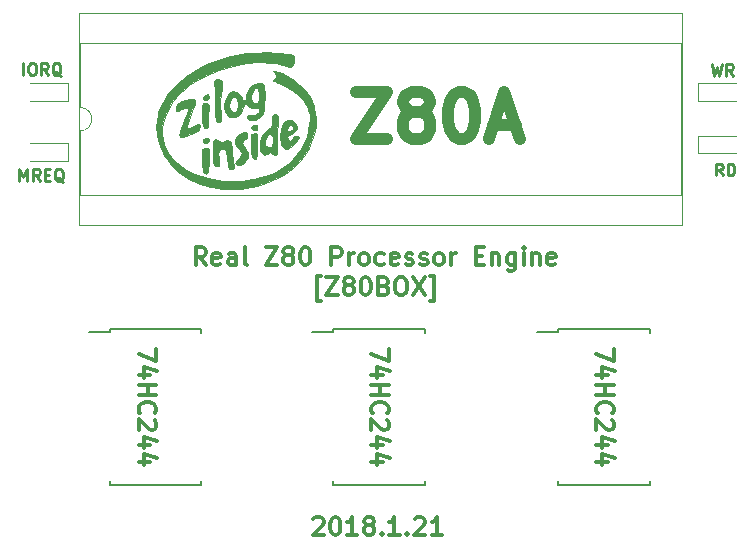
<source format=gbr>
G04 #@! TF.FileFunction,Legend,Top*
%FSLAX46Y46*%
G04 Gerber Fmt 4.6, Leading zero omitted, Abs format (unit mm)*
G04 Created by KiCad (PCBNEW 4.0.7) date 01/21/18 21:19:11*
%MOMM*%
%LPD*%
G01*
G04 APERTURE LIST*
%ADD10C,0.100000*%
%ADD11C,1.000000*%
%ADD12C,0.300000*%
%ADD13C,0.250000*%
%ADD14C,0.120000*%
%ADD15C,0.150000*%
%ADD16C,0.010000*%
G04 APERTURE END LIST*
D10*
D11*
X123127358Y-71088524D02*
X125794024Y-71088524D01*
X123127358Y-75088524D01*
X125794024Y-75088524D01*
X127889263Y-72802810D02*
X127508310Y-72612333D01*
X127317834Y-72421857D01*
X127127358Y-72040905D01*
X127127358Y-71850429D01*
X127317834Y-71469476D01*
X127508310Y-71279000D01*
X127889263Y-71088524D01*
X128651167Y-71088524D01*
X129032120Y-71279000D01*
X129222596Y-71469476D01*
X129413072Y-71850429D01*
X129413072Y-72040905D01*
X129222596Y-72421857D01*
X129032120Y-72612333D01*
X128651167Y-72802810D01*
X127889263Y-72802810D01*
X127508310Y-72993286D01*
X127317834Y-73183762D01*
X127127358Y-73564714D01*
X127127358Y-74326619D01*
X127317834Y-74707571D01*
X127508310Y-74898048D01*
X127889263Y-75088524D01*
X128651167Y-75088524D01*
X129032120Y-74898048D01*
X129222596Y-74707571D01*
X129413072Y-74326619D01*
X129413072Y-73564714D01*
X129222596Y-73183762D01*
X129032120Y-72993286D01*
X128651167Y-72802810D01*
X131889263Y-71088524D02*
X132270215Y-71088524D01*
X132651167Y-71279000D01*
X132841644Y-71469476D01*
X133032120Y-71850429D01*
X133222596Y-72612333D01*
X133222596Y-73564714D01*
X133032120Y-74326619D01*
X132841644Y-74707571D01*
X132651167Y-74898048D01*
X132270215Y-75088524D01*
X131889263Y-75088524D01*
X131508310Y-74898048D01*
X131317834Y-74707571D01*
X131127358Y-74326619D01*
X130936882Y-73564714D01*
X130936882Y-72612333D01*
X131127358Y-71850429D01*
X131317834Y-71469476D01*
X131508310Y-71279000D01*
X131889263Y-71088524D01*
X134746406Y-73945667D02*
X136651168Y-73945667D01*
X134365453Y-75088524D02*
X135698787Y-71088524D01*
X137032120Y-75088524D01*
D12*
X119539430Y-107271429D02*
X119610859Y-107200000D01*
X119753716Y-107128571D01*
X120110859Y-107128571D01*
X120253716Y-107200000D01*
X120325145Y-107271429D01*
X120396573Y-107414286D01*
X120396573Y-107557143D01*
X120325145Y-107771429D01*
X119468002Y-108628571D01*
X120396573Y-108628571D01*
X121325144Y-107128571D02*
X121468001Y-107128571D01*
X121610858Y-107200000D01*
X121682287Y-107271429D01*
X121753716Y-107414286D01*
X121825144Y-107700000D01*
X121825144Y-108057143D01*
X121753716Y-108342857D01*
X121682287Y-108485714D01*
X121610858Y-108557143D01*
X121468001Y-108628571D01*
X121325144Y-108628571D01*
X121182287Y-108557143D01*
X121110858Y-108485714D01*
X121039430Y-108342857D01*
X120968001Y-108057143D01*
X120968001Y-107700000D01*
X121039430Y-107414286D01*
X121110858Y-107271429D01*
X121182287Y-107200000D01*
X121325144Y-107128571D01*
X123253715Y-108628571D02*
X122396572Y-108628571D01*
X122825144Y-108628571D02*
X122825144Y-107128571D01*
X122682287Y-107342857D01*
X122539429Y-107485714D01*
X122396572Y-107557143D01*
X124110858Y-107771429D02*
X123968000Y-107700000D01*
X123896572Y-107628571D01*
X123825143Y-107485714D01*
X123825143Y-107414286D01*
X123896572Y-107271429D01*
X123968000Y-107200000D01*
X124110858Y-107128571D01*
X124396572Y-107128571D01*
X124539429Y-107200000D01*
X124610858Y-107271429D01*
X124682286Y-107414286D01*
X124682286Y-107485714D01*
X124610858Y-107628571D01*
X124539429Y-107700000D01*
X124396572Y-107771429D01*
X124110858Y-107771429D01*
X123968000Y-107842857D01*
X123896572Y-107914286D01*
X123825143Y-108057143D01*
X123825143Y-108342857D01*
X123896572Y-108485714D01*
X123968000Y-108557143D01*
X124110858Y-108628571D01*
X124396572Y-108628571D01*
X124539429Y-108557143D01*
X124610858Y-108485714D01*
X124682286Y-108342857D01*
X124682286Y-108057143D01*
X124610858Y-107914286D01*
X124539429Y-107842857D01*
X124396572Y-107771429D01*
X125325143Y-108485714D02*
X125396571Y-108557143D01*
X125325143Y-108628571D01*
X125253714Y-108557143D01*
X125325143Y-108485714D01*
X125325143Y-108628571D01*
X126825143Y-108628571D02*
X125968000Y-108628571D01*
X126396572Y-108628571D02*
X126396572Y-107128571D01*
X126253715Y-107342857D01*
X126110857Y-107485714D01*
X125968000Y-107557143D01*
X127468000Y-108485714D02*
X127539428Y-108557143D01*
X127468000Y-108628571D01*
X127396571Y-108557143D01*
X127468000Y-108485714D01*
X127468000Y-108628571D01*
X128110857Y-107271429D02*
X128182286Y-107200000D01*
X128325143Y-107128571D01*
X128682286Y-107128571D01*
X128825143Y-107200000D01*
X128896572Y-107271429D01*
X128968000Y-107414286D01*
X128968000Y-107557143D01*
X128896572Y-107771429D01*
X128039429Y-108628571D01*
X128968000Y-108628571D01*
X130396571Y-108628571D02*
X129539428Y-108628571D01*
X129968000Y-108628571D02*
X129968000Y-107128571D01*
X129825143Y-107342857D01*
X129682285Y-107485714D01*
X129539428Y-107557143D01*
X144966429Y-92897144D02*
X144966429Y-93897144D01*
X143466429Y-93254287D01*
X144466429Y-95111429D02*
X143466429Y-95111429D01*
X145037857Y-94754286D02*
X143966429Y-94397143D01*
X143966429Y-95325715D01*
X143466429Y-95897143D02*
X144966429Y-95897143D01*
X144252143Y-95897143D02*
X144252143Y-96754286D01*
X143466429Y-96754286D02*
X144966429Y-96754286D01*
X143609286Y-98325715D02*
X143537857Y-98254286D01*
X143466429Y-98040000D01*
X143466429Y-97897143D01*
X143537857Y-97682858D01*
X143680714Y-97540000D01*
X143823571Y-97468572D01*
X144109286Y-97397143D01*
X144323571Y-97397143D01*
X144609286Y-97468572D01*
X144752143Y-97540000D01*
X144895000Y-97682858D01*
X144966429Y-97897143D01*
X144966429Y-98040000D01*
X144895000Y-98254286D01*
X144823571Y-98325715D01*
X144823571Y-98897143D02*
X144895000Y-98968572D01*
X144966429Y-99111429D01*
X144966429Y-99468572D01*
X144895000Y-99611429D01*
X144823571Y-99682858D01*
X144680714Y-99754286D01*
X144537857Y-99754286D01*
X144323571Y-99682858D01*
X143466429Y-98825715D01*
X143466429Y-99754286D01*
X144466429Y-101040000D02*
X143466429Y-101040000D01*
X145037857Y-100682857D02*
X143966429Y-100325714D01*
X143966429Y-101254286D01*
X144466429Y-102468571D02*
X143466429Y-102468571D01*
X145037857Y-102111428D02*
X143966429Y-101754285D01*
X143966429Y-102682857D01*
X125916429Y-92897144D02*
X125916429Y-93897144D01*
X124416429Y-93254287D01*
X125416429Y-95111429D02*
X124416429Y-95111429D01*
X125987857Y-94754286D02*
X124916429Y-94397143D01*
X124916429Y-95325715D01*
X124416429Y-95897143D02*
X125916429Y-95897143D01*
X125202143Y-95897143D02*
X125202143Y-96754286D01*
X124416429Y-96754286D02*
X125916429Y-96754286D01*
X124559286Y-98325715D02*
X124487857Y-98254286D01*
X124416429Y-98040000D01*
X124416429Y-97897143D01*
X124487857Y-97682858D01*
X124630714Y-97540000D01*
X124773571Y-97468572D01*
X125059286Y-97397143D01*
X125273571Y-97397143D01*
X125559286Y-97468572D01*
X125702143Y-97540000D01*
X125845000Y-97682858D01*
X125916429Y-97897143D01*
X125916429Y-98040000D01*
X125845000Y-98254286D01*
X125773571Y-98325715D01*
X125773571Y-98897143D02*
X125845000Y-98968572D01*
X125916429Y-99111429D01*
X125916429Y-99468572D01*
X125845000Y-99611429D01*
X125773571Y-99682858D01*
X125630714Y-99754286D01*
X125487857Y-99754286D01*
X125273571Y-99682858D01*
X124416429Y-98825715D01*
X124416429Y-99754286D01*
X125416429Y-101040000D02*
X124416429Y-101040000D01*
X125987857Y-100682857D02*
X124916429Y-100325714D01*
X124916429Y-101254286D01*
X125416429Y-102468571D02*
X124416429Y-102468571D01*
X125987857Y-102111428D02*
X124916429Y-101754285D01*
X124916429Y-102682857D01*
X106231429Y-92897144D02*
X106231429Y-93897144D01*
X104731429Y-93254287D01*
X105731429Y-95111429D02*
X104731429Y-95111429D01*
X106302857Y-94754286D02*
X105231429Y-94397143D01*
X105231429Y-95325715D01*
X104731429Y-95897143D02*
X106231429Y-95897143D01*
X105517143Y-95897143D02*
X105517143Y-96754286D01*
X104731429Y-96754286D02*
X106231429Y-96754286D01*
X104874286Y-98325715D02*
X104802857Y-98254286D01*
X104731429Y-98040000D01*
X104731429Y-97897143D01*
X104802857Y-97682858D01*
X104945714Y-97540000D01*
X105088571Y-97468572D01*
X105374286Y-97397143D01*
X105588571Y-97397143D01*
X105874286Y-97468572D01*
X106017143Y-97540000D01*
X106160000Y-97682858D01*
X106231429Y-97897143D01*
X106231429Y-98040000D01*
X106160000Y-98254286D01*
X106088571Y-98325715D01*
X106088571Y-98897143D02*
X106160000Y-98968572D01*
X106231429Y-99111429D01*
X106231429Y-99468572D01*
X106160000Y-99611429D01*
X106088571Y-99682858D01*
X105945714Y-99754286D01*
X105802857Y-99754286D01*
X105588571Y-99682858D01*
X104731429Y-98825715D01*
X104731429Y-99754286D01*
X105731429Y-101040000D02*
X104731429Y-101040000D01*
X106302857Y-100682857D02*
X105231429Y-100325714D01*
X105231429Y-101254286D01*
X105731429Y-102468571D02*
X104731429Y-102468571D01*
X106302857Y-102111428D02*
X105231429Y-101754285D01*
X105231429Y-102682857D01*
X110420359Y-85763571D02*
X109920359Y-85049286D01*
X109563216Y-85763571D02*
X109563216Y-84263571D01*
X110134644Y-84263571D01*
X110277502Y-84335000D01*
X110348930Y-84406429D01*
X110420359Y-84549286D01*
X110420359Y-84763571D01*
X110348930Y-84906429D01*
X110277502Y-84977857D01*
X110134644Y-85049286D01*
X109563216Y-85049286D01*
X111634644Y-85692143D02*
X111491787Y-85763571D01*
X111206073Y-85763571D01*
X111063216Y-85692143D01*
X110991787Y-85549286D01*
X110991787Y-84977857D01*
X111063216Y-84835000D01*
X111206073Y-84763571D01*
X111491787Y-84763571D01*
X111634644Y-84835000D01*
X111706073Y-84977857D01*
X111706073Y-85120714D01*
X110991787Y-85263571D01*
X112991787Y-85763571D02*
X112991787Y-84977857D01*
X112920358Y-84835000D01*
X112777501Y-84763571D01*
X112491787Y-84763571D01*
X112348930Y-84835000D01*
X112991787Y-85692143D02*
X112848930Y-85763571D01*
X112491787Y-85763571D01*
X112348930Y-85692143D01*
X112277501Y-85549286D01*
X112277501Y-85406429D01*
X112348930Y-85263571D01*
X112491787Y-85192143D01*
X112848930Y-85192143D01*
X112991787Y-85120714D01*
X113920359Y-85763571D02*
X113777501Y-85692143D01*
X113706073Y-85549286D01*
X113706073Y-84263571D01*
X115491787Y-84263571D02*
X116491787Y-84263571D01*
X115491787Y-85763571D01*
X116491787Y-85763571D01*
X117277501Y-84906429D02*
X117134643Y-84835000D01*
X117063215Y-84763571D01*
X116991786Y-84620714D01*
X116991786Y-84549286D01*
X117063215Y-84406429D01*
X117134643Y-84335000D01*
X117277501Y-84263571D01*
X117563215Y-84263571D01*
X117706072Y-84335000D01*
X117777501Y-84406429D01*
X117848929Y-84549286D01*
X117848929Y-84620714D01*
X117777501Y-84763571D01*
X117706072Y-84835000D01*
X117563215Y-84906429D01*
X117277501Y-84906429D01*
X117134643Y-84977857D01*
X117063215Y-85049286D01*
X116991786Y-85192143D01*
X116991786Y-85477857D01*
X117063215Y-85620714D01*
X117134643Y-85692143D01*
X117277501Y-85763571D01*
X117563215Y-85763571D01*
X117706072Y-85692143D01*
X117777501Y-85620714D01*
X117848929Y-85477857D01*
X117848929Y-85192143D01*
X117777501Y-85049286D01*
X117706072Y-84977857D01*
X117563215Y-84906429D01*
X118777500Y-84263571D02*
X118920357Y-84263571D01*
X119063214Y-84335000D01*
X119134643Y-84406429D01*
X119206072Y-84549286D01*
X119277500Y-84835000D01*
X119277500Y-85192143D01*
X119206072Y-85477857D01*
X119134643Y-85620714D01*
X119063214Y-85692143D01*
X118920357Y-85763571D01*
X118777500Y-85763571D01*
X118634643Y-85692143D01*
X118563214Y-85620714D01*
X118491786Y-85477857D01*
X118420357Y-85192143D01*
X118420357Y-84835000D01*
X118491786Y-84549286D01*
X118563214Y-84406429D01*
X118634643Y-84335000D01*
X118777500Y-84263571D01*
X121063214Y-85763571D02*
X121063214Y-84263571D01*
X121634642Y-84263571D01*
X121777500Y-84335000D01*
X121848928Y-84406429D01*
X121920357Y-84549286D01*
X121920357Y-84763571D01*
X121848928Y-84906429D01*
X121777500Y-84977857D01*
X121634642Y-85049286D01*
X121063214Y-85049286D01*
X122563214Y-85763571D02*
X122563214Y-84763571D01*
X122563214Y-85049286D02*
X122634642Y-84906429D01*
X122706071Y-84835000D01*
X122848928Y-84763571D01*
X122991785Y-84763571D01*
X123706071Y-85763571D02*
X123563213Y-85692143D01*
X123491785Y-85620714D01*
X123420356Y-85477857D01*
X123420356Y-85049286D01*
X123491785Y-84906429D01*
X123563213Y-84835000D01*
X123706071Y-84763571D01*
X123920356Y-84763571D01*
X124063213Y-84835000D01*
X124134642Y-84906429D01*
X124206071Y-85049286D01*
X124206071Y-85477857D01*
X124134642Y-85620714D01*
X124063213Y-85692143D01*
X123920356Y-85763571D01*
X123706071Y-85763571D01*
X125491785Y-85692143D02*
X125348928Y-85763571D01*
X125063214Y-85763571D01*
X124920356Y-85692143D01*
X124848928Y-85620714D01*
X124777499Y-85477857D01*
X124777499Y-85049286D01*
X124848928Y-84906429D01*
X124920356Y-84835000D01*
X125063214Y-84763571D01*
X125348928Y-84763571D01*
X125491785Y-84835000D01*
X126706070Y-85692143D02*
X126563213Y-85763571D01*
X126277499Y-85763571D01*
X126134642Y-85692143D01*
X126063213Y-85549286D01*
X126063213Y-84977857D01*
X126134642Y-84835000D01*
X126277499Y-84763571D01*
X126563213Y-84763571D01*
X126706070Y-84835000D01*
X126777499Y-84977857D01*
X126777499Y-85120714D01*
X126063213Y-85263571D01*
X127348927Y-85692143D02*
X127491784Y-85763571D01*
X127777499Y-85763571D01*
X127920356Y-85692143D01*
X127991784Y-85549286D01*
X127991784Y-85477857D01*
X127920356Y-85335000D01*
X127777499Y-85263571D01*
X127563213Y-85263571D01*
X127420356Y-85192143D01*
X127348927Y-85049286D01*
X127348927Y-84977857D01*
X127420356Y-84835000D01*
X127563213Y-84763571D01*
X127777499Y-84763571D01*
X127920356Y-84835000D01*
X128563213Y-85692143D02*
X128706070Y-85763571D01*
X128991785Y-85763571D01*
X129134642Y-85692143D01*
X129206070Y-85549286D01*
X129206070Y-85477857D01*
X129134642Y-85335000D01*
X128991785Y-85263571D01*
X128777499Y-85263571D01*
X128634642Y-85192143D01*
X128563213Y-85049286D01*
X128563213Y-84977857D01*
X128634642Y-84835000D01*
X128777499Y-84763571D01*
X128991785Y-84763571D01*
X129134642Y-84835000D01*
X130063214Y-85763571D02*
X129920356Y-85692143D01*
X129848928Y-85620714D01*
X129777499Y-85477857D01*
X129777499Y-85049286D01*
X129848928Y-84906429D01*
X129920356Y-84835000D01*
X130063214Y-84763571D01*
X130277499Y-84763571D01*
X130420356Y-84835000D01*
X130491785Y-84906429D01*
X130563214Y-85049286D01*
X130563214Y-85477857D01*
X130491785Y-85620714D01*
X130420356Y-85692143D01*
X130277499Y-85763571D01*
X130063214Y-85763571D01*
X131206071Y-85763571D02*
X131206071Y-84763571D01*
X131206071Y-85049286D02*
X131277499Y-84906429D01*
X131348928Y-84835000D01*
X131491785Y-84763571D01*
X131634642Y-84763571D01*
X133277499Y-84977857D02*
X133777499Y-84977857D01*
X133991785Y-85763571D02*
X133277499Y-85763571D01*
X133277499Y-84263571D01*
X133991785Y-84263571D01*
X134634642Y-84763571D02*
X134634642Y-85763571D01*
X134634642Y-84906429D02*
X134706070Y-84835000D01*
X134848928Y-84763571D01*
X135063213Y-84763571D01*
X135206070Y-84835000D01*
X135277499Y-84977857D01*
X135277499Y-85763571D01*
X136634642Y-84763571D02*
X136634642Y-85977857D01*
X136563213Y-86120714D01*
X136491785Y-86192143D01*
X136348928Y-86263571D01*
X136134642Y-86263571D01*
X135991785Y-86192143D01*
X136634642Y-85692143D02*
X136491785Y-85763571D01*
X136206071Y-85763571D01*
X136063213Y-85692143D01*
X135991785Y-85620714D01*
X135920356Y-85477857D01*
X135920356Y-85049286D01*
X135991785Y-84906429D01*
X136063213Y-84835000D01*
X136206071Y-84763571D01*
X136491785Y-84763571D01*
X136634642Y-84835000D01*
X137348928Y-85763571D02*
X137348928Y-84763571D01*
X137348928Y-84263571D02*
X137277499Y-84335000D01*
X137348928Y-84406429D01*
X137420356Y-84335000D01*
X137348928Y-84263571D01*
X137348928Y-84406429D01*
X138063214Y-84763571D02*
X138063214Y-85763571D01*
X138063214Y-84906429D02*
X138134642Y-84835000D01*
X138277500Y-84763571D01*
X138491785Y-84763571D01*
X138634642Y-84835000D01*
X138706071Y-84977857D01*
X138706071Y-85763571D01*
X139991785Y-85692143D02*
X139848928Y-85763571D01*
X139563214Y-85763571D01*
X139420357Y-85692143D01*
X139348928Y-85549286D01*
X139348928Y-84977857D01*
X139420357Y-84835000D01*
X139563214Y-84763571D01*
X139848928Y-84763571D01*
X139991785Y-84835000D01*
X140063214Y-84977857D01*
X140063214Y-85120714D01*
X139348928Y-85263571D01*
X120170358Y-88813571D02*
X119813215Y-88813571D01*
X119813215Y-86670714D01*
X120170358Y-86670714D01*
X120598930Y-86813571D02*
X121598930Y-86813571D01*
X120598930Y-88313571D01*
X121598930Y-88313571D01*
X122384644Y-87456429D02*
X122241786Y-87385000D01*
X122170358Y-87313571D01*
X122098929Y-87170714D01*
X122098929Y-87099286D01*
X122170358Y-86956429D01*
X122241786Y-86885000D01*
X122384644Y-86813571D01*
X122670358Y-86813571D01*
X122813215Y-86885000D01*
X122884644Y-86956429D01*
X122956072Y-87099286D01*
X122956072Y-87170714D01*
X122884644Y-87313571D01*
X122813215Y-87385000D01*
X122670358Y-87456429D01*
X122384644Y-87456429D01*
X122241786Y-87527857D01*
X122170358Y-87599286D01*
X122098929Y-87742143D01*
X122098929Y-88027857D01*
X122170358Y-88170714D01*
X122241786Y-88242143D01*
X122384644Y-88313571D01*
X122670358Y-88313571D01*
X122813215Y-88242143D01*
X122884644Y-88170714D01*
X122956072Y-88027857D01*
X122956072Y-87742143D01*
X122884644Y-87599286D01*
X122813215Y-87527857D01*
X122670358Y-87456429D01*
X123884643Y-86813571D02*
X124027500Y-86813571D01*
X124170357Y-86885000D01*
X124241786Y-86956429D01*
X124313215Y-87099286D01*
X124384643Y-87385000D01*
X124384643Y-87742143D01*
X124313215Y-88027857D01*
X124241786Y-88170714D01*
X124170357Y-88242143D01*
X124027500Y-88313571D01*
X123884643Y-88313571D01*
X123741786Y-88242143D01*
X123670357Y-88170714D01*
X123598929Y-88027857D01*
X123527500Y-87742143D01*
X123527500Y-87385000D01*
X123598929Y-87099286D01*
X123670357Y-86956429D01*
X123741786Y-86885000D01*
X123884643Y-86813571D01*
X125527500Y-87527857D02*
X125741786Y-87599286D01*
X125813214Y-87670714D01*
X125884643Y-87813571D01*
X125884643Y-88027857D01*
X125813214Y-88170714D01*
X125741786Y-88242143D01*
X125598928Y-88313571D01*
X125027500Y-88313571D01*
X125027500Y-86813571D01*
X125527500Y-86813571D01*
X125670357Y-86885000D01*
X125741786Y-86956429D01*
X125813214Y-87099286D01*
X125813214Y-87242143D01*
X125741786Y-87385000D01*
X125670357Y-87456429D01*
X125527500Y-87527857D01*
X125027500Y-87527857D01*
X126813214Y-86813571D02*
X127098928Y-86813571D01*
X127241786Y-86885000D01*
X127384643Y-87027857D01*
X127456071Y-87313571D01*
X127456071Y-87813571D01*
X127384643Y-88099286D01*
X127241786Y-88242143D01*
X127098928Y-88313571D01*
X126813214Y-88313571D01*
X126670357Y-88242143D01*
X126527500Y-88099286D01*
X126456071Y-87813571D01*
X126456071Y-87313571D01*
X126527500Y-87027857D01*
X126670357Y-86885000D01*
X126813214Y-86813571D01*
X127956072Y-86813571D02*
X128956072Y-88313571D01*
X128956072Y-86813571D02*
X127956072Y-88313571D01*
X129384643Y-88813571D02*
X129741786Y-88813571D01*
X129741786Y-86670714D01*
X129384643Y-86670714D01*
D13*
X94972381Y-69667381D02*
X94972381Y-68667381D01*
X95639047Y-68667381D02*
X95829524Y-68667381D01*
X95924762Y-68715000D01*
X96020000Y-68810238D01*
X96067619Y-69000714D01*
X96067619Y-69334048D01*
X96020000Y-69524524D01*
X95924762Y-69619762D01*
X95829524Y-69667381D01*
X95639047Y-69667381D01*
X95543809Y-69619762D01*
X95448571Y-69524524D01*
X95400952Y-69334048D01*
X95400952Y-69000714D01*
X95448571Y-68810238D01*
X95543809Y-68715000D01*
X95639047Y-68667381D01*
X97067619Y-69667381D02*
X96734285Y-69191190D01*
X96496190Y-69667381D02*
X96496190Y-68667381D01*
X96877143Y-68667381D01*
X96972381Y-68715000D01*
X97020000Y-68762619D01*
X97067619Y-68857857D01*
X97067619Y-69000714D01*
X97020000Y-69095952D01*
X96972381Y-69143571D01*
X96877143Y-69191190D01*
X96496190Y-69191190D01*
X98162857Y-69762619D02*
X98067619Y-69715000D01*
X97972381Y-69619762D01*
X97829524Y-69476905D01*
X97734285Y-69429286D01*
X97639047Y-69429286D01*
X97686666Y-69667381D02*
X97591428Y-69619762D01*
X97496190Y-69524524D01*
X97448571Y-69334048D01*
X97448571Y-69000714D01*
X97496190Y-68810238D01*
X97591428Y-68715000D01*
X97686666Y-68667381D01*
X97877143Y-68667381D01*
X97972381Y-68715000D01*
X98067619Y-68810238D01*
X98115238Y-69000714D01*
X98115238Y-69334048D01*
X98067619Y-69524524D01*
X97972381Y-69619762D01*
X97877143Y-69667381D01*
X97686666Y-69667381D01*
X94646976Y-78620881D02*
X94646976Y-77620881D01*
X94980310Y-78335167D01*
X95313643Y-77620881D01*
X95313643Y-78620881D01*
X96361262Y-78620881D02*
X96027928Y-78144690D01*
X95789833Y-78620881D02*
X95789833Y-77620881D01*
X96170786Y-77620881D01*
X96266024Y-77668500D01*
X96313643Y-77716119D01*
X96361262Y-77811357D01*
X96361262Y-77954214D01*
X96313643Y-78049452D01*
X96266024Y-78097071D01*
X96170786Y-78144690D01*
X95789833Y-78144690D01*
X96789833Y-78097071D02*
X97123167Y-78097071D01*
X97266024Y-78620881D02*
X96789833Y-78620881D01*
X96789833Y-77620881D01*
X97266024Y-77620881D01*
X98361262Y-78716119D02*
X98266024Y-78668500D01*
X98170786Y-78573262D01*
X98027929Y-78430405D01*
X97932690Y-78382786D01*
X97837452Y-78382786D01*
X97885071Y-78620881D02*
X97789833Y-78573262D01*
X97694595Y-78478024D01*
X97646976Y-78287548D01*
X97646976Y-77954214D01*
X97694595Y-77763738D01*
X97789833Y-77668500D01*
X97885071Y-77620881D01*
X98075548Y-77620881D01*
X98170786Y-77668500D01*
X98266024Y-77763738D01*
X98313643Y-77954214D01*
X98313643Y-78287548D01*
X98266024Y-78478024D01*
X98170786Y-78573262D01*
X98075548Y-78620881D01*
X97885071Y-78620881D01*
X153249429Y-68730881D02*
X153487524Y-69730881D01*
X153678001Y-69016595D01*
X153868477Y-69730881D01*
X154106572Y-68730881D01*
X155058953Y-69730881D02*
X154725619Y-69254690D01*
X154487524Y-69730881D02*
X154487524Y-68730881D01*
X154868477Y-68730881D01*
X154963715Y-68778500D01*
X155011334Y-68826119D01*
X155058953Y-68921357D01*
X155058953Y-69064214D01*
X155011334Y-69159452D01*
X154963715Y-69207071D01*
X154868477Y-69254690D01*
X154487524Y-69254690D01*
X154178024Y-78176381D02*
X153844690Y-77700190D01*
X153606595Y-78176381D02*
X153606595Y-77176381D01*
X153987548Y-77176381D01*
X154082786Y-77224000D01*
X154130405Y-77271619D01*
X154178024Y-77366857D01*
X154178024Y-77509714D01*
X154130405Y-77604952D01*
X154082786Y-77652571D01*
X153987548Y-77700190D01*
X153606595Y-77700190D01*
X154606595Y-78176381D02*
X154606595Y-77176381D01*
X154844690Y-77176381D01*
X154987548Y-77224000D01*
X155082786Y-77319238D01*
X155130405Y-77414476D01*
X155178024Y-77604952D01*
X155178024Y-77747810D01*
X155130405Y-77938286D01*
X155082786Y-78033524D01*
X154987548Y-78128762D01*
X154844690Y-78176381D01*
X154606595Y-78176381D01*
D14*
X99762000Y-72406000D02*
G75*
G02X99762000Y-74406000I0J-1000000D01*
G01*
X99762000Y-74406000D02*
X99762000Y-79866000D01*
X99762000Y-79866000D02*
X150682000Y-79866000D01*
X150682000Y-79866000D02*
X150682000Y-66946000D01*
X150682000Y-66946000D02*
X99762000Y-66946000D01*
X99762000Y-66946000D02*
X99762000Y-72406000D01*
X99702000Y-82356000D02*
X150742000Y-82356000D01*
X150742000Y-82356000D02*
X150742000Y-64456000D01*
X150742000Y-64456000D02*
X99702000Y-64456000D01*
X99702000Y-64456000D02*
X99702000Y-82356000D01*
D15*
X140270000Y-91215000D02*
X140270000Y-91465000D01*
X148020000Y-91215000D02*
X148020000Y-91550000D01*
X148020000Y-104365000D02*
X148020000Y-104030000D01*
X140270000Y-104365000D02*
X140270000Y-104030000D01*
X140270000Y-91215000D02*
X148020000Y-91215000D01*
X140270000Y-104365000D02*
X148020000Y-104365000D01*
X140270000Y-91465000D02*
X138470000Y-91465000D01*
X102297000Y-91215000D02*
X102297000Y-91465000D01*
X110047000Y-91215000D02*
X110047000Y-91550000D01*
X110047000Y-104365000D02*
X110047000Y-104030000D01*
X102297000Y-104365000D02*
X102297000Y-104030000D01*
X102297000Y-91215000D02*
X110047000Y-91215000D01*
X102297000Y-104365000D02*
X110047000Y-104365000D01*
X102297000Y-91465000D02*
X100497000Y-91465000D01*
X121220000Y-91215000D02*
X121220000Y-91465000D01*
X128970000Y-91215000D02*
X128970000Y-91550000D01*
X128970000Y-104365000D02*
X128970000Y-104030000D01*
X121220000Y-104365000D02*
X121220000Y-104030000D01*
X121220000Y-91215000D02*
X128970000Y-91215000D01*
X121220000Y-104365000D02*
X128970000Y-104365000D01*
X121220000Y-91465000D02*
X119420000Y-91465000D01*
D14*
X95520000Y-75450000D02*
X98720000Y-75450000D01*
X98720000Y-76950000D02*
X95520000Y-76950000D01*
X98720000Y-76950000D02*
X98720000Y-75450000D01*
X95520000Y-70370000D02*
X98720000Y-70370000D01*
X98720000Y-71870000D02*
X95520000Y-71870000D01*
X98720000Y-71870000D02*
X98720000Y-70370000D01*
X155305000Y-76315000D02*
X152105000Y-76315000D01*
X152105000Y-74815000D02*
X155305000Y-74815000D01*
X152105000Y-74815000D02*
X152105000Y-76315000D01*
X155305000Y-71870000D02*
X152105000Y-71870000D01*
X152105000Y-70370000D02*
X155305000Y-70370000D01*
X152105000Y-70370000D02*
X152105000Y-71870000D01*
D16*
G36*
X116450741Y-67793784D02*
X116674900Y-67812980D01*
X116860793Y-67832050D01*
X117061518Y-67855362D01*
X117262882Y-67880973D01*
X117450692Y-67906936D01*
X117610754Y-67931308D01*
X117728877Y-67952144D01*
X117783278Y-67964847D01*
X117843418Y-68016560D01*
X117880251Y-68118111D01*
X117894063Y-68255845D01*
X117885137Y-68416105D01*
X117853758Y-68585239D01*
X117800209Y-68749590D01*
X117765367Y-68825400D01*
X117693897Y-68939321D01*
X117615510Y-69001409D01*
X117516499Y-69015302D01*
X117383161Y-68984640D01*
X117292393Y-68950970D01*
X116838146Y-68800582D01*
X116338580Y-68692527D01*
X115800474Y-68625853D01*
X115230609Y-68599605D01*
X114635762Y-68612830D01*
X114022712Y-68664577D01*
X113398239Y-68753891D01*
X112769121Y-68879820D01*
X112142137Y-69041411D01*
X111524067Y-69237710D01*
X110921688Y-69467764D01*
X110341781Y-69730621D01*
X109836290Y-69999253D01*
X109393993Y-70266903D01*
X109001839Y-70536446D01*
X108643179Y-70821037D01*
X108301367Y-71133834D01*
X107978897Y-71467133D01*
X107639664Y-71877998D01*
X107353102Y-72313070D01*
X107120349Y-72766757D01*
X106942538Y-73233467D01*
X106820808Y-73707607D01*
X106756292Y-74183585D01*
X106750126Y-74655808D01*
X106803447Y-75118685D01*
X106917391Y-75566623D01*
X107069404Y-75945465D01*
X107297872Y-76346979D01*
X107586465Y-76724017D01*
X107931341Y-77074386D01*
X108328662Y-77395893D01*
X108774588Y-77686344D01*
X109265280Y-77943548D01*
X109796899Y-78165311D01*
X110365605Y-78349441D01*
X110967558Y-78493744D01*
X111598921Y-78596029D01*
X111738925Y-78612407D01*
X111967569Y-78630896D01*
X112242773Y-78642919D01*
X112546766Y-78648582D01*
X112861777Y-78647993D01*
X113170036Y-78641256D01*
X113453772Y-78628478D01*
X113695215Y-78609765D01*
X113779300Y-78600217D01*
X114470428Y-78484582D01*
X115131373Y-78319597D01*
X115756261Y-78107254D01*
X116339224Y-77849545D01*
X116869007Y-77551861D01*
X117356303Y-77207169D01*
X117791109Y-76822244D01*
X118171744Y-76399936D01*
X118496527Y-75943092D01*
X118763777Y-75454560D01*
X118971814Y-74937189D01*
X119118958Y-74393826D01*
X119203526Y-73827319D01*
X119220668Y-73566866D01*
X119227288Y-73323858D01*
X119223058Y-73128055D01*
X119205113Y-72959403D01*
X119170591Y-72797846D01*
X119116626Y-72623330D01*
X119065905Y-72483133D01*
X118920540Y-72180926D01*
X118713596Y-71877828D01*
X118450970Y-71578848D01*
X118138558Y-71288994D01*
X117782258Y-71013275D01*
X117387967Y-70756699D01*
X116961580Y-70524274D01*
X116530510Y-70329732D01*
X116385010Y-70268729D01*
X116261851Y-70213911D01*
X116175241Y-70171804D01*
X116140793Y-70150706D01*
X116140619Y-70104822D01*
X116194314Y-70020411D01*
X116246865Y-69957370D01*
X116345237Y-69828302D01*
X116385682Y-69722931D01*
X116368262Y-69629953D01*
X116293040Y-69538065D01*
X116249375Y-69501130D01*
X116165581Y-69423223D01*
X116138751Y-69369930D01*
X116163047Y-69340494D01*
X116232631Y-69334159D01*
X116341665Y-69350169D01*
X116484310Y-69387769D01*
X116654727Y-69446200D01*
X116847079Y-69524708D01*
X117008783Y-69599491D01*
X117449874Y-69837528D01*
X117873123Y-70111753D01*
X118266939Y-70413078D01*
X118619735Y-70732414D01*
X118919921Y-71060673D01*
X118997905Y-71159427D01*
X119149989Y-71385457D01*
X119300354Y-71655406D01*
X119437925Y-71946110D01*
X119551625Y-72234404D01*
X119622754Y-72466200D01*
X119704898Y-72911459D01*
X119734864Y-73386770D01*
X119714386Y-73881183D01*
X119645198Y-74383747D01*
X119529035Y-74883511D01*
X119367630Y-75369525D01*
X119162718Y-75830837D01*
X119059544Y-76022598D01*
X118732198Y-76529229D01*
X118349189Y-77000239D01*
X117913523Y-77433858D01*
X117428204Y-77828317D01*
X116896238Y-78181847D01*
X116320628Y-78492680D01*
X115704381Y-78759046D01*
X115050500Y-78979177D01*
X114361991Y-79151302D01*
X113641858Y-79273654D01*
X113509255Y-79290237D01*
X113393117Y-79299438D01*
X113223639Y-79306938D01*
X113015195Y-79312651D01*
X112782157Y-79316488D01*
X112538901Y-79318360D01*
X112299800Y-79318181D01*
X112079227Y-79315861D01*
X111891558Y-79311314D01*
X111751164Y-79304450D01*
X111713433Y-79301240D01*
X111510978Y-79275673D01*
X111269021Y-79237652D01*
X111013606Y-79191808D01*
X110770774Y-79142775D01*
X110593185Y-79101920D01*
X109964375Y-78915402D01*
X109375464Y-78679656D01*
X108828859Y-78396486D01*
X108326964Y-78067697D01*
X107872184Y-77695094D01*
X107466924Y-77280480D01*
X107113590Y-76825661D01*
X106814586Y-76332442D01*
X106759543Y-76225400D01*
X106530242Y-75698077D01*
X106364885Y-75165165D01*
X106263847Y-74630451D01*
X106227506Y-74097724D01*
X106256238Y-73570771D01*
X106350421Y-73053380D01*
X106419670Y-72807370D01*
X106603492Y-72327098D01*
X106850084Y-71847884D01*
X107154687Y-71376017D01*
X107512542Y-70917786D01*
X107918888Y-70479480D01*
X108368966Y-70067389D01*
X108684113Y-69815506D01*
X109309964Y-69383661D01*
X109980226Y-69000123D01*
X110690814Y-68665917D01*
X111437639Y-68382067D01*
X112216617Y-68149596D01*
X113023659Y-67969529D01*
X113854679Y-67842890D01*
X114705591Y-67770704D01*
X115572307Y-67753994D01*
X116450741Y-67793784D01*
X116450741Y-67793784D01*
G37*
X116450741Y-67793784D02*
X116674900Y-67812980D01*
X116860793Y-67832050D01*
X117061518Y-67855362D01*
X117262882Y-67880973D01*
X117450692Y-67906936D01*
X117610754Y-67931308D01*
X117728877Y-67952144D01*
X117783278Y-67964847D01*
X117843418Y-68016560D01*
X117880251Y-68118111D01*
X117894063Y-68255845D01*
X117885137Y-68416105D01*
X117853758Y-68585239D01*
X117800209Y-68749590D01*
X117765367Y-68825400D01*
X117693897Y-68939321D01*
X117615510Y-69001409D01*
X117516499Y-69015302D01*
X117383161Y-68984640D01*
X117292393Y-68950970D01*
X116838146Y-68800582D01*
X116338580Y-68692527D01*
X115800474Y-68625853D01*
X115230609Y-68599605D01*
X114635762Y-68612830D01*
X114022712Y-68664577D01*
X113398239Y-68753891D01*
X112769121Y-68879820D01*
X112142137Y-69041411D01*
X111524067Y-69237710D01*
X110921688Y-69467764D01*
X110341781Y-69730621D01*
X109836290Y-69999253D01*
X109393993Y-70266903D01*
X109001839Y-70536446D01*
X108643179Y-70821037D01*
X108301367Y-71133834D01*
X107978897Y-71467133D01*
X107639664Y-71877998D01*
X107353102Y-72313070D01*
X107120349Y-72766757D01*
X106942538Y-73233467D01*
X106820808Y-73707607D01*
X106756292Y-74183585D01*
X106750126Y-74655808D01*
X106803447Y-75118685D01*
X106917391Y-75566623D01*
X107069404Y-75945465D01*
X107297872Y-76346979D01*
X107586465Y-76724017D01*
X107931341Y-77074386D01*
X108328662Y-77395893D01*
X108774588Y-77686344D01*
X109265280Y-77943548D01*
X109796899Y-78165311D01*
X110365605Y-78349441D01*
X110967558Y-78493744D01*
X111598921Y-78596029D01*
X111738925Y-78612407D01*
X111967569Y-78630896D01*
X112242773Y-78642919D01*
X112546766Y-78648582D01*
X112861777Y-78647993D01*
X113170036Y-78641256D01*
X113453772Y-78628478D01*
X113695215Y-78609765D01*
X113779300Y-78600217D01*
X114470428Y-78484582D01*
X115131373Y-78319597D01*
X115756261Y-78107254D01*
X116339224Y-77849545D01*
X116869007Y-77551861D01*
X117356303Y-77207169D01*
X117791109Y-76822244D01*
X118171744Y-76399936D01*
X118496527Y-75943092D01*
X118763777Y-75454560D01*
X118971814Y-74937189D01*
X119118958Y-74393826D01*
X119203526Y-73827319D01*
X119220668Y-73566866D01*
X119227288Y-73323858D01*
X119223058Y-73128055D01*
X119205113Y-72959403D01*
X119170591Y-72797846D01*
X119116626Y-72623330D01*
X119065905Y-72483133D01*
X118920540Y-72180926D01*
X118713596Y-71877828D01*
X118450970Y-71578848D01*
X118138558Y-71288994D01*
X117782258Y-71013275D01*
X117387967Y-70756699D01*
X116961580Y-70524274D01*
X116530510Y-70329732D01*
X116385010Y-70268729D01*
X116261851Y-70213911D01*
X116175241Y-70171804D01*
X116140793Y-70150706D01*
X116140619Y-70104822D01*
X116194314Y-70020411D01*
X116246865Y-69957370D01*
X116345237Y-69828302D01*
X116385682Y-69722931D01*
X116368262Y-69629953D01*
X116293040Y-69538065D01*
X116249375Y-69501130D01*
X116165581Y-69423223D01*
X116138751Y-69369930D01*
X116163047Y-69340494D01*
X116232631Y-69334159D01*
X116341665Y-69350169D01*
X116484310Y-69387769D01*
X116654727Y-69446200D01*
X116847079Y-69524708D01*
X117008783Y-69599491D01*
X117449874Y-69837528D01*
X117873123Y-70111753D01*
X118266939Y-70413078D01*
X118619735Y-70732414D01*
X118919921Y-71060673D01*
X118997905Y-71159427D01*
X119149989Y-71385457D01*
X119300354Y-71655406D01*
X119437925Y-71946110D01*
X119551625Y-72234404D01*
X119622754Y-72466200D01*
X119704898Y-72911459D01*
X119734864Y-73386770D01*
X119714386Y-73881183D01*
X119645198Y-74383747D01*
X119529035Y-74883511D01*
X119367630Y-75369525D01*
X119162718Y-75830837D01*
X119059544Y-76022598D01*
X118732198Y-76529229D01*
X118349189Y-77000239D01*
X117913523Y-77433858D01*
X117428204Y-77828317D01*
X116896238Y-78181847D01*
X116320628Y-78492680D01*
X115704381Y-78759046D01*
X115050500Y-78979177D01*
X114361991Y-79151302D01*
X113641858Y-79273654D01*
X113509255Y-79290237D01*
X113393117Y-79299438D01*
X113223639Y-79306938D01*
X113015195Y-79312651D01*
X112782157Y-79316488D01*
X112538901Y-79318360D01*
X112299800Y-79318181D01*
X112079227Y-79315861D01*
X111891558Y-79311314D01*
X111751164Y-79304450D01*
X111713433Y-79301240D01*
X111510978Y-79275673D01*
X111269021Y-79237652D01*
X111013606Y-79191808D01*
X110770774Y-79142775D01*
X110593185Y-79101920D01*
X109964375Y-78915402D01*
X109375464Y-78679656D01*
X108828859Y-78396486D01*
X108326964Y-78067697D01*
X107872184Y-77695094D01*
X107466924Y-77280480D01*
X107113590Y-76825661D01*
X106814586Y-76332442D01*
X106759543Y-76225400D01*
X106530242Y-75698077D01*
X106364885Y-75165165D01*
X106263847Y-74630451D01*
X106227506Y-74097724D01*
X106256238Y-73570771D01*
X106350421Y-73053380D01*
X106419670Y-72807370D01*
X106603492Y-72327098D01*
X106850084Y-71847884D01*
X107154687Y-71376017D01*
X107512542Y-70917786D01*
X107918888Y-70479480D01*
X108368966Y-70067389D01*
X108684113Y-69815506D01*
X109309964Y-69383661D01*
X109980226Y-69000123D01*
X110690814Y-68665917D01*
X111437639Y-68382067D01*
X112216617Y-68149596D01*
X113023659Y-67969529D01*
X113854679Y-67842890D01*
X114705591Y-67770704D01*
X115572307Y-67753994D01*
X116450741Y-67793784D01*
G36*
X110499612Y-75843148D02*
X110596367Y-75872219D01*
X110613019Y-75882730D01*
X110633575Y-75901568D01*
X110649014Y-75929782D01*
X110659911Y-75976046D01*
X110666842Y-76049033D01*
X110670385Y-76157418D01*
X110671114Y-76309875D01*
X110669605Y-76515077D01*
X110667434Y-76702180D01*
X110662218Y-77013833D01*
X110654567Y-77266010D01*
X110643669Y-77466949D01*
X110628716Y-77624889D01*
X110608896Y-77748068D01*
X110583399Y-77844723D01*
X110551415Y-77923093D01*
X110546355Y-77933110D01*
X110480630Y-78015435D01*
X110403968Y-78030997D01*
X110317721Y-77979644D01*
X110299193Y-77961066D01*
X110254635Y-77908251D01*
X110219243Y-77849943D01*
X110191652Y-77777515D01*
X110170496Y-77682340D01*
X110154410Y-77555791D01*
X110142028Y-77389241D01*
X110131985Y-77174063D01*
X110122915Y-76901630D01*
X110120968Y-76835000D01*
X110114838Y-76601070D01*
X110110415Y-76388893D01*
X110107809Y-76208077D01*
X110107128Y-76068228D01*
X110108479Y-75978955D01*
X110111022Y-75950587D01*
X110164034Y-75896167D01*
X110261260Y-75858121D01*
X110380514Y-75839449D01*
X110499612Y-75843148D01*
X110499612Y-75843148D01*
G37*
X110499612Y-75843148D02*
X110596367Y-75872219D01*
X110613019Y-75882730D01*
X110633575Y-75901568D01*
X110649014Y-75929782D01*
X110659911Y-75976046D01*
X110666842Y-76049033D01*
X110670385Y-76157418D01*
X110671114Y-76309875D01*
X110669605Y-76515077D01*
X110667434Y-76702180D01*
X110662218Y-77013833D01*
X110654567Y-77266010D01*
X110643669Y-77466949D01*
X110628716Y-77624889D01*
X110608896Y-77748068D01*
X110583399Y-77844723D01*
X110551415Y-77923093D01*
X110546355Y-77933110D01*
X110480630Y-78015435D01*
X110403968Y-78030997D01*
X110317721Y-77979644D01*
X110299193Y-77961066D01*
X110254635Y-77908251D01*
X110219243Y-77849943D01*
X110191652Y-77777515D01*
X110170496Y-77682340D01*
X110154410Y-77555791D01*
X110142028Y-77389241D01*
X110131985Y-77174063D01*
X110122915Y-76901630D01*
X110120968Y-76835000D01*
X110114838Y-76601070D01*
X110110415Y-76388893D01*
X110107809Y-76208077D01*
X110107128Y-76068228D01*
X110108479Y-75978955D01*
X110111022Y-75950587D01*
X110164034Y-75896167D01*
X110261260Y-75858121D01*
X110380514Y-75839449D01*
X110499612Y-75843148D01*
G36*
X111409113Y-75136980D02*
X111498260Y-75182102D01*
X111578193Y-75247499D01*
X111698677Y-75336440D01*
X111807260Y-75365451D01*
X111920945Y-75335861D01*
X112012124Y-75281366D01*
X112141707Y-75211189D01*
X112257867Y-75197540D01*
X112380991Y-75238254D01*
X112387419Y-75241535D01*
X112467467Y-75292094D01*
X112526535Y-75356273D01*
X112568694Y-75445389D01*
X112598015Y-75570760D01*
X112618572Y-75743701D01*
X112631142Y-75918918D01*
X112645527Y-76145119D01*
X112659503Y-76329723D01*
X112675460Y-76495102D01*
X112695787Y-76663627D01*
X112722872Y-76857670D01*
X112752816Y-77058207D01*
X112779632Y-77258964D01*
X112788812Y-77404527D01*
X112778958Y-77505458D01*
X112748674Y-77572323D01*
X112696562Y-77615684D01*
X112677852Y-77625060D01*
X112601586Y-77655676D01*
X112545600Y-77657227D01*
X112469509Y-77630770D01*
X112468941Y-77630541D01*
X112409651Y-77598139D01*
X112364213Y-77548629D01*
X112329796Y-77472399D01*
X112303568Y-77359839D01*
X112282700Y-77201337D01*
X112264358Y-76987282D01*
X112259538Y-76919666D01*
X112235696Y-76634821D01*
X112206126Y-76410569D01*
X112167767Y-76239821D01*
X112117561Y-76115491D01*
X112052447Y-76030490D01*
X111969365Y-75977729D01*
X111865256Y-75950122D01*
X111839538Y-75946755D01*
X111732144Y-75943298D01*
X111654050Y-75969695D01*
X111592630Y-76015693D01*
X111548131Y-76056380D01*
X111519568Y-76096249D01*
X111503607Y-76150486D01*
X111496910Y-76234276D01*
X111496144Y-76362805D01*
X111496969Y-76451199D01*
X111503101Y-76637358D01*
X111516331Y-76834722D01*
X111534248Y-77010463D01*
X111542271Y-77067889D01*
X111561833Y-77204678D01*
X111567882Y-77291495D01*
X111559788Y-77344867D01*
X111536918Y-77381317D01*
X111530011Y-77388535D01*
X111456472Y-77418561D01*
X111356576Y-77405094D01*
X111248924Y-77355305D01*
X111152117Y-77276366D01*
X111113404Y-77227925D01*
X111089563Y-77190033D01*
X111071122Y-77150202D01*
X111057310Y-77099524D01*
X111047356Y-77029094D01*
X111040490Y-76930003D01*
X111035941Y-76793344D01*
X111032939Y-76610211D01*
X111030713Y-76371696D01*
X111029896Y-76262725D01*
X111028382Y-76025020D01*
X111027404Y-75806099D01*
X111026975Y-75616252D01*
X111027109Y-75465769D01*
X111027817Y-75364941D01*
X111028742Y-75327933D01*
X111065601Y-75228492D01*
X111154213Y-75157937D01*
X111281437Y-75125737D01*
X111310687Y-75124733D01*
X111409113Y-75136980D01*
X111409113Y-75136980D01*
G37*
X111409113Y-75136980D02*
X111498260Y-75182102D01*
X111578193Y-75247499D01*
X111698677Y-75336440D01*
X111807260Y-75365451D01*
X111920945Y-75335861D01*
X112012124Y-75281366D01*
X112141707Y-75211189D01*
X112257867Y-75197540D01*
X112380991Y-75238254D01*
X112387419Y-75241535D01*
X112467467Y-75292094D01*
X112526535Y-75356273D01*
X112568694Y-75445389D01*
X112598015Y-75570760D01*
X112618572Y-75743701D01*
X112631142Y-75918918D01*
X112645527Y-76145119D01*
X112659503Y-76329723D01*
X112675460Y-76495102D01*
X112695787Y-76663627D01*
X112722872Y-76857670D01*
X112752816Y-77058207D01*
X112779632Y-77258964D01*
X112788812Y-77404527D01*
X112778958Y-77505458D01*
X112748674Y-77572323D01*
X112696562Y-77615684D01*
X112677852Y-77625060D01*
X112601586Y-77655676D01*
X112545600Y-77657227D01*
X112469509Y-77630770D01*
X112468941Y-77630541D01*
X112409651Y-77598139D01*
X112364213Y-77548629D01*
X112329796Y-77472399D01*
X112303568Y-77359839D01*
X112282700Y-77201337D01*
X112264358Y-76987282D01*
X112259538Y-76919666D01*
X112235696Y-76634821D01*
X112206126Y-76410569D01*
X112167767Y-76239821D01*
X112117561Y-76115491D01*
X112052447Y-76030490D01*
X111969365Y-75977729D01*
X111865256Y-75950122D01*
X111839538Y-75946755D01*
X111732144Y-75943298D01*
X111654050Y-75969695D01*
X111592630Y-76015693D01*
X111548131Y-76056380D01*
X111519568Y-76096249D01*
X111503607Y-76150486D01*
X111496910Y-76234276D01*
X111496144Y-76362805D01*
X111496969Y-76451199D01*
X111503101Y-76637358D01*
X111516331Y-76834722D01*
X111534248Y-77010463D01*
X111542271Y-77067889D01*
X111561833Y-77204678D01*
X111567882Y-77291495D01*
X111559788Y-77344867D01*
X111536918Y-77381317D01*
X111530011Y-77388535D01*
X111456472Y-77418561D01*
X111356576Y-77405094D01*
X111248924Y-77355305D01*
X111152117Y-77276366D01*
X111113404Y-77227925D01*
X111089563Y-77190033D01*
X111071122Y-77150202D01*
X111057310Y-77099524D01*
X111047356Y-77029094D01*
X111040490Y-76930003D01*
X111035941Y-76793344D01*
X111032939Y-76610211D01*
X111030713Y-76371696D01*
X111029896Y-76262725D01*
X111028382Y-76025020D01*
X111027404Y-75806099D01*
X111026975Y-75616252D01*
X111027109Y-75465769D01*
X111027817Y-75364941D01*
X111028742Y-75327933D01*
X111065601Y-75228492D01*
X111154213Y-75157937D01*
X111281437Y-75125737D01*
X111310687Y-75124733D01*
X111409113Y-75136980D01*
G36*
X113850177Y-74538825D02*
X113920690Y-74611303D01*
X113948110Y-74735207D01*
X113948633Y-74759965D01*
X113943799Y-74834032D01*
X113922471Y-74895977D01*
X113874408Y-74962670D01*
X113789371Y-75050980D01*
X113747173Y-75091851D01*
X113612473Y-75233922D01*
X113533993Y-75355675D01*
X113511479Y-75469770D01*
X113544677Y-75588867D01*
X113633335Y-75725626D01*
X113732137Y-75843002D01*
X113855030Y-75986584D01*
X113938174Y-76100836D01*
X113991648Y-76202314D01*
X114025527Y-76307571D01*
X114031924Y-76335522D01*
X114034377Y-76486888D01*
X113986367Y-76648330D01*
X113897397Y-76810666D01*
X113776970Y-76964713D01*
X113634592Y-77101290D01*
X113479766Y-77211214D01*
X113321996Y-77285304D01*
X113170787Y-77314377D01*
X113041949Y-77291968D01*
X112956690Y-77230240D01*
X112933057Y-77142690D01*
X112970680Y-77030772D01*
X113069186Y-76895939D01*
X113169499Y-76793093D01*
X113331160Y-76615925D01*
X113428998Y-76450363D01*
X113462174Y-76298055D01*
X113455197Y-76231545D01*
X113419441Y-76155723D01*
X113342956Y-76047853D01*
X113235414Y-75921138D01*
X113199279Y-75882203D01*
X113095488Y-75767360D01*
X113007857Y-75660842D01*
X112948679Y-75578072D01*
X112932355Y-75547335D01*
X112902949Y-75383136D01*
X112923559Y-75200179D01*
X112988188Y-75017784D01*
X113090838Y-74855276D01*
X113173327Y-74770960D01*
X113303968Y-74678312D01*
X113454838Y-74597901D01*
X113602929Y-74540201D01*
X113725237Y-74515686D01*
X113734547Y-74515464D01*
X113850177Y-74538825D01*
X113850177Y-74538825D01*
G37*
X113850177Y-74538825D02*
X113920690Y-74611303D01*
X113948110Y-74735207D01*
X113948633Y-74759965D01*
X113943799Y-74834032D01*
X113922471Y-74895977D01*
X113874408Y-74962670D01*
X113789371Y-75050980D01*
X113747173Y-75091851D01*
X113612473Y-75233922D01*
X113533993Y-75355675D01*
X113511479Y-75469770D01*
X113544677Y-75588867D01*
X113633335Y-75725626D01*
X113732137Y-75843002D01*
X113855030Y-75986584D01*
X113938174Y-76100836D01*
X113991648Y-76202314D01*
X114025527Y-76307571D01*
X114031924Y-76335522D01*
X114034377Y-76486888D01*
X113986367Y-76648330D01*
X113897397Y-76810666D01*
X113776970Y-76964713D01*
X113634592Y-77101290D01*
X113479766Y-77211214D01*
X113321996Y-77285304D01*
X113170787Y-77314377D01*
X113041949Y-77291968D01*
X112956690Y-77230240D01*
X112933057Y-77142690D01*
X112970680Y-77030772D01*
X113069186Y-76895939D01*
X113169499Y-76793093D01*
X113331160Y-76615925D01*
X113428998Y-76450363D01*
X113462174Y-76298055D01*
X113455197Y-76231545D01*
X113419441Y-76155723D01*
X113342956Y-76047853D01*
X113235414Y-75921138D01*
X113199279Y-75882203D01*
X113095488Y-75767360D01*
X113007857Y-75660842D01*
X112948679Y-75578072D01*
X112932355Y-75547335D01*
X112902949Y-75383136D01*
X112923559Y-75200179D01*
X112988188Y-75017784D01*
X113090838Y-74855276D01*
X113173327Y-74770960D01*
X113303968Y-74678312D01*
X113454838Y-74597901D01*
X113602929Y-74540201D01*
X113725237Y-74515686D01*
X113734547Y-74515464D01*
X113850177Y-74538825D01*
G36*
X114637797Y-74624517D02*
X114727995Y-74650829D01*
X114747544Y-74664681D01*
X114762459Y-74688049D01*
X114773222Y-74729011D01*
X114780311Y-74795644D01*
X114784207Y-74896027D01*
X114785388Y-75038237D01*
X114784335Y-75230352D01*
X114781526Y-75480451D01*
X114780774Y-75539829D01*
X114775256Y-75854517D01*
X114766988Y-76108898D01*
X114755083Y-76310377D01*
X114738654Y-76466353D01*
X114716810Y-76584229D01*
X114688665Y-76671408D01*
X114653330Y-76735291D01*
X114634500Y-76758800D01*
X114569200Y-76809577D01*
X114505013Y-76803243D01*
X114429162Y-76737473D01*
X114412697Y-76718447D01*
X114368813Y-76656890D01*
X114333521Y-76582226D01*
X114305653Y-76486300D01*
X114284042Y-76360957D01*
X114267517Y-76198043D01*
X114254912Y-75989402D01*
X114245058Y-75726879D01*
X114239187Y-75507345D01*
X114233367Y-75257203D01*
X114229770Y-75066114D01*
X114228977Y-74925419D01*
X114231566Y-74826458D01*
X114238117Y-74760571D01*
X114249209Y-74719099D01*
X114265423Y-74693382D01*
X114287336Y-74674760D01*
X114295275Y-74669145D01*
X114386985Y-74633615D01*
X114511807Y-74618288D01*
X114637797Y-74624517D01*
X114637797Y-74624517D01*
G37*
X114637797Y-74624517D02*
X114727995Y-74650829D01*
X114747544Y-74664681D01*
X114762459Y-74688049D01*
X114773222Y-74729011D01*
X114780311Y-74795644D01*
X114784207Y-74896027D01*
X114785388Y-75038237D01*
X114784335Y-75230352D01*
X114781526Y-75480451D01*
X114780774Y-75539829D01*
X114775256Y-75854517D01*
X114766988Y-76108898D01*
X114755083Y-76310377D01*
X114738654Y-76466353D01*
X114716810Y-76584229D01*
X114688665Y-76671408D01*
X114653330Y-76735291D01*
X114634500Y-76758800D01*
X114569200Y-76809577D01*
X114505013Y-76803243D01*
X114429162Y-76737473D01*
X114412697Y-76718447D01*
X114368813Y-76656890D01*
X114333521Y-76582226D01*
X114305653Y-76486300D01*
X114284042Y-76360957D01*
X114267517Y-76198043D01*
X114254912Y-75989402D01*
X114245058Y-75726879D01*
X114239187Y-75507345D01*
X114233367Y-75257203D01*
X114229770Y-75066114D01*
X114228977Y-74925419D01*
X114231566Y-74826458D01*
X114238117Y-74760571D01*
X114249209Y-74719099D01*
X114265423Y-74693382D01*
X114287336Y-74674760D01*
X114295275Y-74669145D01*
X114386985Y-74633615D01*
X114511807Y-74618288D01*
X114637797Y-74624517D01*
G36*
X116431935Y-73056886D02*
X116468689Y-73095331D01*
X116518771Y-73172614D01*
X116547585Y-73267599D01*
X116556132Y-73392658D01*
X116545414Y-73560161D01*
X116521531Y-73747744D01*
X116495635Y-73973740D01*
X116474745Y-74249980D01*
X116459440Y-74559121D01*
X116450299Y-74883817D01*
X116447902Y-75206726D01*
X116452830Y-75510502D01*
X116458063Y-75646460D01*
X116467483Y-75870980D01*
X116471264Y-76038868D01*
X116469085Y-76161018D01*
X116460623Y-76248324D01*
X116445559Y-76311677D01*
X116437818Y-76332260D01*
X116375917Y-76421292D01*
X116291363Y-76446547D01*
X116184305Y-76408026D01*
X116077774Y-76327000D01*
X115965368Y-76242938D01*
X115865413Y-76215220D01*
X115761104Y-76243833D01*
X115638266Y-76326671D01*
X115545720Y-76392446D01*
X115466346Y-76435507D01*
X115431478Y-76445204D01*
X115371834Y-76424178D01*
X115290474Y-76370907D01*
X115257955Y-76344179D01*
X115126467Y-76185494D01*
X115036092Y-75982899D01*
X114988409Y-75747486D01*
X114985015Y-75491771D01*
X115425909Y-75491771D01*
X115434640Y-75572452D01*
X115459397Y-75628015D01*
X115506842Y-75679738D01*
X115532434Y-75703019D01*
X115662862Y-75785072D01*
X115795047Y-75806175D01*
X115917345Y-75766370D01*
X115991538Y-75701455D01*
X116064281Y-75575715D01*
X116114750Y-75410690D01*
X116136839Y-75232869D01*
X116130127Y-75100227D01*
X116085396Y-74943883D01*
X116007897Y-74811980D01*
X115909562Y-74722666D01*
X115869451Y-74703752D01*
X115763470Y-74698715D01*
X115662053Y-74752101D01*
X115571428Y-74854617D01*
X115497819Y-74996973D01*
X115447453Y-75169877D01*
X115426557Y-75364039D01*
X115426544Y-75364691D01*
X115425909Y-75491771D01*
X114985015Y-75491771D01*
X114984996Y-75490343D01*
X115027433Y-75222561D01*
X115075368Y-75061942D01*
X115158814Y-74853047D01*
X115250506Y-74690095D01*
X115366180Y-74551706D01*
X115521569Y-74416505D01*
X115586850Y-74367016D01*
X115712913Y-74267594D01*
X115829164Y-74165130D01*
X115915869Y-74077355D01*
X115934770Y-74054455D01*
X115976832Y-73995893D01*
X116004553Y-73941436D01*
X116020968Y-73875289D01*
X116029109Y-73781656D01*
X116032011Y-73644740D01*
X116032471Y-73545710D01*
X116033931Y-73377796D01*
X116038926Y-73263075D01*
X116050004Y-73187012D01*
X116069713Y-73135072D01*
X116100601Y-73092723D01*
X116114575Y-73077423D01*
X116218845Y-73003932D01*
X116326647Y-72997189D01*
X116431935Y-73056886D01*
X116431935Y-73056886D01*
G37*
X116431935Y-73056886D02*
X116468689Y-73095331D01*
X116518771Y-73172614D01*
X116547585Y-73267599D01*
X116556132Y-73392658D01*
X116545414Y-73560161D01*
X116521531Y-73747744D01*
X116495635Y-73973740D01*
X116474745Y-74249980D01*
X116459440Y-74559121D01*
X116450299Y-74883817D01*
X116447902Y-75206726D01*
X116452830Y-75510502D01*
X116458063Y-75646460D01*
X116467483Y-75870980D01*
X116471264Y-76038868D01*
X116469085Y-76161018D01*
X116460623Y-76248324D01*
X116445559Y-76311677D01*
X116437818Y-76332260D01*
X116375917Y-76421292D01*
X116291363Y-76446547D01*
X116184305Y-76408026D01*
X116077774Y-76327000D01*
X115965368Y-76242938D01*
X115865413Y-76215220D01*
X115761104Y-76243833D01*
X115638266Y-76326671D01*
X115545720Y-76392446D01*
X115466346Y-76435507D01*
X115431478Y-76445204D01*
X115371834Y-76424178D01*
X115290474Y-76370907D01*
X115257955Y-76344179D01*
X115126467Y-76185494D01*
X115036092Y-75982899D01*
X114988409Y-75747486D01*
X114985015Y-75491771D01*
X115425909Y-75491771D01*
X115434640Y-75572452D01*
X115459397Y-75628015D01*
X115506842Y-75679738D01*
X115532434Y-75703019D01*
X115662862Y-75785072D01*
X115795047Y-75806175D01*
X115917345Y-75766370D01*
X115991538Y-75701455D01*
X116064281Y-75575715D01*
X116114750Y-75410690D01*
X116136839Y-75232869D01*
X116130127Y-75100227D01*
X116085396Y-74943883D01*
X116007897Y-74811980D01*
X115909562Y-74722666D01*
X115869451Y-74703752D01*
X115763470Y-74698715D01*
X115662053Y-74752101D01*
X115571428Y-74854617D01*
X115497819Y-74996973D01*
X115447453Y-75169877D01*
X115426557Y-75364039D01*
X115426544Y-75364691D01*
X115425909Y-75491771D01*
X114985015Y-75491771D01*
X114984996Y-75490343D01*
X115027433Y-75222561D01*
X115075368Y-75061942D01*
X115158814Y-74853047D01*
X115250506Y-74690095D01*
X115366180Y-74551706D01*
X115521569Y-74416505D01*
X115586850Y-74367016D01*
X115712913Y-74267594D01*
X115829164Y-74165130D01*
X115915869Y-74077355D01*
X115934770Y-74054455D01*
X115976832Y-73995893D01*
X116004553Y-73941436D01*
X116020968Y-73875289D01*
X116029109Y-73781656D01*
X116032011Y-73644740D01*
X116032471Y-73545710D01*
X116033931Y-73377796D01*
X116038926Y-73263075D01*
X116050004Y-73187012D01*
X116069713Y-73135072D01*
X116100601Y-73092723D01*
X116114575Y-73077423D01*
X116218845Y-73003932D01*
X116326647Y-72997189D01*
X116431935Y-73056886D01*
G36*
X117788576Y-73543165D02*
X117845238Y-73573221D01*
X118003969Y-73698804D01*
X118102725Y-73855335D01*
X118142592Y-74044910D01*
X118141323Y-74145635D01*
X118124102Y-74269234D01*
X118086223Y-74368999D01*
X118018222Y-74455110D01*
X117910634Y-74537751D01*
X117753993Y-74627103D01*
X117640738Y-74684153D01*
X117499458Y-74755463D01*
X117409256Y-74807913D01*
X117359216Y-74849935D01*
X117338426Y-74889962D01*
X117335426Y-74920033D01*
X117354291Y-75014247D01*
X117401309Y-75111151D01*
X117462492Y-75188912D01*
X117523850Y-75225696D01*
X117531666Y-75226333D01*
X117600926Y-75198107D01*
X117687777Y-75121648D01*
X117779476Y-75009287D01*
X117821989Y-74945391D01*
X117916897Y-74839228D01*
X118028328Y-74797892D01*
X118147005Y-74819479D01*
X118237870Y-74877973D01*
X118274901Y-74957957D01*
X118257164Y-75062161D01*
X118183727Y-75193316D01*
X118053656Y-75354152D01*
X117914596Y-75499666D01*
X117699638Y-75691425D01*
X117500818Y-75823616D01*
X117320264Y-75895552D01*
X117160105Y-75906547D01*
X117022467Y-75855912D01*
X116962563Y-75807073D01*
X116879426Y-75684455D01*
X116814599Y-75509100D01*
X116768913Y-75293710D01*
X116743198Y-75050986D01*
X116738284Y-74793632D01*
X116755002Y-74534348D01*
X116787042Y-74331128D01*
X117337043Y-74331128D01*
X117357800Y-74390877D01*
X117357878Y-74390955D01*
X117422860Y-74413057D01*
X117524537Y-74401822D01*
X117642666Y-74360593D01*
X117690900Y-74335939D01*
X117782815Y-74272612D01*
X117825719Y-74206792D01*
X117834667Y-74158696D01*
X117818500Y-74038227D01*
X117757904Y-73953256D01*
X117668548Y-73908037D01*
X117566100Y-73906825D01*
X117466229Y-73953874D01*
X117392831Y-74038725D01*
X117357201Y-74128422D01*
X117337724Y-74234767D01*
X117337043Y-74331128D01*
X116787042Y-74331128D01*
X116794183Y-74285837D01*
X116849713Y-74080775D01*
X116951667Y-73855803D01*
X117084285Y-73680465D01*
X117240925Y-73558146D01*
X117414947Y-73492233D01*
X117599711Y-73486111D01*
X117788576Y-73543165D01*
X117788576Y-73543165D01*
G37*
X117788576Y-73543165D02*
X117845238Y-73573221D01*
X118003969Y-73698804D01*
X118102725Y-73855335D01*
X118142592Y-74044910D01*
X118141323Y-74145635D01*
X118124102Y-74269234D01*
X118086223Y-74368999D01*
X118018222Y-74455110D01*
X117910634Y-74537751D01*
X117753993Y-74627103D01*
X117640738Y-74684153D01*
X117499458Y-74755463D01*
X117409256Y-74807913D01*
X117359216Y-74849935D01*
X117338426Y-74889962D01*
X117335426Y-74920033D01*
X117354291Y-75014247D01*
X117401309Y-75111151D01*
X117462492Y-75188912D01*
X117523850Y-75225696D01*
X117531666Y-75226333D01*
X117600926Y-75198107D01*
X117687777Y-75121648D01*
X117779476Y-75009287D01*
X117821989Y-74945391D01*
X117916897Y-74839228D01*
X118028328Y-74797892D01*
X118147005Y-74819479D01*
X118237870Y-74877973D01*
X118274901Y-74957957D01*
X118257164Y-75062161D01*
X118183727Y-75193316D01*
X118053656Y-75354152D01*
X117914596Y-75499666D01*
X117699638Y-75691425D01*
X117500818Y-75823616D01*
X117320264Y-75895552D01*
X117160105Y-75906547D01*
X117022467Y-75855912D01*
X116962563Y-75807073D01*
X116879426Y-75684455D01*
X116814599Y-75509100D01*
X116768913Y-75293710D01*
X116743198Y-75050986D01*
X116738284Y-74793632D01*
X116755002Y-74534348D01*
X116787042Y-74331128D01*
X117337043Y-74331128D01*
X117357800Y-74390877D01*
X117357878Y-74390955D01*
X117422860Y-74413057D01*
X117524537Y-74401822D01*
X117642666Y-74360593D01*
X117690900Y-74335939D01*
X117782815Y-74272612D01*
X117825719Y-74206792D01*
X117834667Y-74158696D01*
X117818500Y-74038227D01*
X117757904Y-73953256D01*
X117668548Y-73908037D01*
X117566100Y-73906825D01*
X117466229Y-73953874D01*
X117392831Y-74038725D01*
X117357201Y-74128422D01*
X117337724Y-74234767D01*
X117337043Y-74331128D01*
X116787042Y-74331128D01*
X116794183Y-74285837D01*
X116849713Y-74080775D01*
X116951667Y-73855803D01*
X117084285Y-73680465D01*
X117240925Y-73558146D01*
X117414947Y-73492233D01*
X117599711Y-73486111D01*
X117788576Y-73543165D01*
G36*
X110612306Y-75002785D02*
X110613013Y-75003247D01*
X110676014Y-75080634D01*
X110700544Y-75187506D01*
X110684940Y-75296487D01*
X110635500Y-75373484D01*
X110542944Y-75418362D01*
X110422249Y-75429756D01*
X110303660Y-75408522D01*
X110223300Y-75361799D01*
X110166534Y-75281999D01*
X110167920Y-75204227D01*
X110228933Y-75114884D01*
X110252827Y-75089995D01*
X110378702Y-74995023D01*
X110499385Y-74965746D01*
X110612306Y-75002785D01*
X110612306Y-75002785D01*
G37*
X110612306Y-75002785D02*
X110613013Y-75003247D01*
X110676014Y-75080634D01*
X110700544Y-75187506D01*
X110684940Y-75296487D01*
X110635500Y-75373484D01*
X110542944Y-75418362D01*
X110422249Y-75429756D01*
X110303660Y-75408522D01*
X110223300Y-75361799D01*
X110166534Y-75281999D01*
X110167920Y-75204227D01*
X110228933Y-75114884D01*
X110252827Y-75089995D01*
X110378702Y-74995023D01*
X110499385Y-74965746D01*
X110612306Y-75002785D01*
G36*
X109401113Y-71704128D02*
X109449081Y-71735074D01*
X109491535Y-71778153D01*
X109518436Y-71831369D01*
X109528368Y-71901565D01*
X109519915Y-71995584D01*
X109491660Y-72120271D01*
X109442186Y-72282468D01*
X109370079Y-72489020D01*
X109273921Y-72746768D01*
X109199655Y-72940333D01*
X109085803Y-73236773D01*
X108995406Y-73477004D01*
X108926531Y-73667610D01*
X108877244Y-73815179D01*
X108845612Y-73926295D01*
X108829702Y-74007544D01*
X108827580Y-74065511D01*
X108837314Y-74106783D01*
X108850484Y-74129730D01*
X108895187Y-74163411D01*
X108965392Y-74169024D01*
X109068477Y-74144607D01*
X109211820Y-74088200D01*
X109402801Y-73997842D01*
X109465831Y-73966184D01*
X109619184Y-73890128D01*
X109724702Y-73843102D01*
X109793825Y-73821360D01*
X109837993Y-73821154D01*
X109864907Y-73835482D01*
X109908405Y-73913110D01*
X109912041Y-74031042D01*
X109876309Y-74175185D01*
X109850787Y-74237724D01*
X109818889Y-74300910D01*
X109781022Y-74351205D01*
X109725142Y-74397384D01*
X109639205Y-74448226D01*
X109511166Y-74512505D01*
X109402798Y-74564167D01*
X109101245Y-74701906D01*
X108851781Y-74804545D01*
X108649339Y-74873331D01*
X108488851Y-74909510D01*
X108365250Y-74914328D01*
X108273468Y-74889032D01*
X108225166Y-74853799D01*
X108174254Y-74777708D01*
X108157433Y-74712496D01*
X108169132Y-74661465D01*
X108201889Y-74556916D01*
X108252194Y-74408453D01*
X108316534Y-74225680D01*
X108391401Y-74018198D01*
X108473283Y-73795612D01*
X108558669Y-73567525D01*
X108644048Y-73343540D01*
X108725911Y-73133259D01*
X108800746Y-72946287D01*
X108822501Y-72893271D01*
X108893487Y-72703923D01*
X108926622Y-72564865D01*
X108918990Y-72474126D01*
X108867674Y-72429732D01*
X108769754Y-72429712D01*
X108622315Y-72472095D01*
X108422439Y-72554907D01*
X108362528Y-72582349D01*
X108214786Y-72647634D01*
X108086360Y-72698138D01*
X107991132Y-72728817D01*
X107943233Y-72734723D01*
X107887999Y-72678564D01*
X107870466Y-72568841D01*
X107890636Y-72410863D01*
X107920288Y-72301976D01*
X107963238Y-72211105D01*
X108027547Y-72132586D01*
X108121275Y-72060753D01*
X108252484Y-71989941D01*
X108429233Y-71914486D01*
X108659584Y-71828723D01*
X108778777Y-71786688D01*
X108999296Y-71716907D01*
X109170395Y-71680359D01*
X109301269Y-71676335D01*
X109401113Y-71704128D01*
X109401113Y-71704128D01*
G37*
X109401113Y-71704128D02*
X109449081Y-71735074D01*
X109491535Y-71778153D01*
X109518436Y-71831369D01*
X109528368Y-71901565D01*
X109519915Y-71995584D01*
X109491660Y-72120271D01*
X109442186Y-72282468D01*
X109370079Y-72489020D01*
X109273921Y-72746768D01*
X109199655Y-72940333D01*
X109085803Y-73236773D01*
X108995406Y-73477004D01*
X108926531Y-73667610D01*
X108877244Y-73815179D01*
X108845612Y-73926295D01*
X108829702Y-74007544D01*
X108827580Y-74065511D01*
X108837314Y-74106783D01*
X108850484Y-74129730D01*
X108895187Y-74163411D01*
X108965392Y-74169024D01*
X109068477Y-74144607D01*
X109211820Y-74088200D01*
X109402801Y-73997842D01*
X109465831Y-73966184D01*
X109619184Y-73890128D01*
X109724702Y-73843102D01*
X109793825Y-73821360D01*
X109837993Y-73821154D01*
X109864907Y-73835482D01*
X109908405Y-73913110D01*
X109912041Y-74031042D01*
X109876309Y-74175185D01*
X109850787Y-74237724D01*
X109818889Y-74300910D01*
X109781022Y-74351205D01*
X109725142Y-74397384D01*
X109639205Y-74448226D01*
X109511166Y-74512505D01*
X109402798Y-74564167D01*
X109101245Y-74701906D01*
X108851781Y-74804545D01*
X108649339Y-74873331D01*
X108488851Y-74909510D01*
X108365250Y-74914328D01*
X108273468Y-74889032D01*
X108225166Y-74853799D01*
X108174254Y-74777708D01*
X108157433Y-74712496D01*
X108169132Y-74661465D01*
X108201889Y-74556916D01*
X108252194Y-74408453D01*
X108316534Y-74225680D01*
X108391401Y-74018198D01*
X108473283Y-73795612D01*
X108558669Y-73567525D01*
X108644048Y-73343540D01*
X108725911Y-73133259D01*
X108800746Y-72946287D01*
X108822501Y-72893271D01*
X108893487Y-72703923D01*
X108926622Y-72564865D01*
X108918990Y-72474126D01*
X108867674Y-72429732D01*
X108769754Y-72429712D01*
X108622315Y-72472095D01*
X108422439Y-72554907D01*
X108362528Y-72582349D01*
X108214786Y-72647634D01*
X108086360Y-72698138D01*
X107991132Y-72728817D01*
X107943233Y-72734723D01*
X107887999Y-72678564D01*
X107870466Y-72568841D01*
X107890636Y-72410863D01*
X107920288Y-72301976D01*
X107963238Y-72211105D01*
X108027547Y-72132586D01*
X108121275Y-72060753D01*
X108252484Y-71989941D01*
X108429233Y-71914486D01*
X108659584Y-71828723D01*
X108778777Y-71786688D01*
X108999296Y-71716907D01*
X109170395Y-71680359D01*
X109301269Y-71676335D01*
X109401113Y-71704128D01*
G36*
X114739091Y-73921983D02*
X114742081Y-73924885D01*
X114786761Y-74009688D01*
X114796182Y-74119036D01*
X114772074Y-74224002D01*
X114720031Y-74293079D01*
X114599369Y-74339651D01*
X114464772Y-74333584D01*
X114343335Y-74276132D01*
X114342667Y-74275608D01*
X114269628Y-74191386D01*
X114262528Y-74103982D01*
X114321807Y-74011477D01*
X114421835Y-73929379D01*
X114534249Y-73880977D01*
X114648299Y-73878396D01*
X114739091Y-73921983D01*
X114739091Y-73921983D01*
G37*
X114739091Y-73921983D02*
X114742081Y-73924885D01*
X114786761Y-74009688D01*
X114796182Y-74119036D01*
X114772074Y-74224002D01*
X114720031Y-74293079D01*
X114599369Y-74339651D01*
X114464772Y-74333584D01*
X114343335Y-74276132D01*
X114342667Y-74275608D01*
X114269628Y-74191386D01*
X114262528Y-74103982D01*
X114321807Y-74011477D01*
X114421835Y-73929379D01*
X114534249Y-73880977D01*
X114648299Y-73878396D01*
X114739091Y-73921983D01*
G36*
X110542793Y-72066632D02*
X110609767Y-72121474D01*
X110613753Y-72125441D01*
X110675307Y-72202901D01*
X110688290Y-72275145D01*
X110682602Y-72307355D01*
X110675557Y-72366445D01*
X110667785Y-72482425D01*
X110659785Y-72644464D01*
X110652056Y-72841728D01*
X110645097Y-73063387D01*
X110641717Y-73194333D01*
X110634203Y-73473627D01*
X110625441Y-73692425D01*
X110613842Y-73857963D01*
X110597820Y-73977475D01*
X110575786Y-74058198D01*
X110546151Y-74107367D01*
X110507329Y-74132219D01*
X110457730Y-74139989D01*
X110434186Y-74139926D01*
X110348998Y-74131823D01*
X110298787Y-74119933D01*
X110254956Y-74080205D01*
X110204804Y-74006023D01*
X110199135Y-73995606D01*
X110180600Y-73949919D01*
X110165487Y-73884738D01*
X110153092Y-73791725D01*
X110142709Y-73662543D01*
X110133634Y-73488854D01*
X110125161Y-73262320D01*
X110118469Y-73041933D01*
X110110793Y-72762525D01*
X110106777Y-72543245D01*
X110108343Y-72376512D01*
X110117413Y-72254743D01*
X110135907Y-72170356D01*
X110165748Y-72115767D01*
X110208856Y-72083396D01*
X110267153Y-72065660D01*
X110342560Y-72054976D01*
X110369332Y-72051953D01*
X110473185Y-72046627D01*
X110542793Y-72066632D01*
X110542793Y-72066632D01*
G37*
X110542793Y-72066632D02*
X110609767Y-72121474D01*
X110613753Y-72125441D01*
X110675307Y-72202901D01*
X110688290Y-72275145D01*
X110682602Y-72307355D01*
X110675557Y-72366445D01*
X110667785Y-72482425D01*
X110659785Y-72644464D01*
X110652056Y-72841728D01*
X110645097Y-73063387D01*
X110641717Y-73194333D01*
X110634203Y-73473627D01*
X110625441Y-73692425D01*
X110613842Y-73857963D01*
X110597820Y-73977475D01*
X110575786Y-74058198D01*
X110546151Y-74107367D01*
X110507329Y-74132219D01*
X110457730Y-74139989D01*
X110434186Y-74139926D01*
X110348998Y-74131823D01*
X110298787Y-74119933D01*
X110254956Y-74080205D01*
X110204804Y-74006023D01*
X110199135Y-73995606D01*
X110180600Y-73949919D01*
X110165487Y-73884738D01*
X110153092Y-73791725D01*
X110142709Y-73662543D01*
X110133634Y-73488854D01*
X110125161Y-73262320D01*
X110118469Y-73041933D01*
X110110793Y-72762525D01*
X110106777Y-72543245D01*
X110108343Y-72376512D01*
X110117413Y-72254743D01*
X110135907Y-72170356D01*
X110165748Y-72115767D01*
X110208856Y-72083396D01*
X110267153Y-72065660D01*
X110342560Y-72054976D01*
X110369332Y-72051953D01*
X110473185Y-72046627D01*
X110542793Y-72066632D01*
G36*
X111619625Y-70071065D02*
X111715986Y-70111299D01*
X111778168Y-70180449D01*
X111809112Y-70286266D01*
X111811761Y-70436499D01*
X111789058Y-70638901D01*
X111764894Y-70786314D01*
X111694232Y-71316406D01*
X111659653Y-71893121D01*
X111661639Y-72505459D01*
X111675741Y-72809101D01*
X111689591Y-73053091D01*
X111697914Y-73238892D01*
X111700674Y-73375824D01*
X111697835Y-73473210D01*
X111689359Y-73540370D01*
X111675211Y-73586625D01*
X111672669Y-73592186D01*
X111605791Y-73673816D01*
X111519443Y-73693546D01*
X111424267Y-73650144D01*
X111395208Y-73624253D01*
X111356316Y-73581710D01*
X111323912Y-73534517D01*
X111297266Y-73476188D01*
X111275647Y-73400238D01*
X111258323Y-73300181D01*
X111244566Y-73169531D01*
X111233644Y-73001804D01*
X111224826Y-72790513D01*
X111217382Y-72529174D01*
X111210582Y-72211300D01*
X111205630Y-71941266D01*
X111198697Y-71579042D01*
X111191625Y-71278455D01*
X111184114Y-71033407D01*
X111175862Y-70837802D01*
X111166566Y-70685542D01*
X111155926Y-70570532D01*
X111143640Y-70486675D01*
X111131009Y-70433076D01*
X111100747Y-70275419D01*
X111119677Y-70161323D01*
X111190366Y-70088031D01*
X111315380Y-70052790D01*
X111486142Y-70051997D01*
X111619625Y-70071065D01*
X111619625Y-70071065D01*
G37*
X111619625Y-70071065D02*
X111715986Y-70111299D01*
X111778168Y-70180449D01*
X111809112Y-70286266D01*
X111811761Y-70436499D01*
X111789058Y-70638901D01*
X111764894Y-70786314D01*
X111694232Y-71316406D01*
X111659653Y-71893121D01*
X111661639Y-72505459D01*
X111675741Y-72809101D01*
X111689591Y-73053091D01*
X111697914Y-73238892D01*
X111700674Y-73375824D01*
X111697835Y-73473210D01*
X111689359Y-73540370D01*
X111675211Y-73586625D01*
X111672669Y-73592186D01*
X111605791Y-73673816D01*
X111519443Y-73693546D01*
X111424267Y-73650144D01*
X111395208Y-73624253D01*
X111356316Y-73581710D01*
X111323912Y-73534517D01*
X111297266Y-73476188D01*
X111275647Y-73400238D01*
X111258323Y-73300181D01*
X111244566Y-73169531D01*
X111233644Y-73001804D01*
X111224826Y-72790513D01*
X111217382Y-72529174D01*
X111210582Y-72211300D01*
X111205630Y-71941266D01*
X111198697Y-71579042D01*
X111191625Y-71278455D01*
X111184114Y-71033407D01*
X111175862Y-70837802D01*
X111166566Y-70685542D01*
X111155926Y-70570532D01*
X111143640Y-70486675D01*
X111131009Y-70433076D01*
X111100747Y-70275419D01*
X111119677Y-70161323D01*
X111190366Y-70088031D01*
X111315380Y-70052790D01*
X111486142Y-70051997D01*
X111619625Y-70071065D01*
G36*
X115171231Y-70350815D02*
X115273146Y-70418883D01*
X115329197Y-70498236D01*
X115355824Y-70585675D01*
X115376157Y-70729644D01*
X115390400Y-70919249D01*
X115398753Y-71143600D01*
X115401420Y-71391804D01*
X115398601Y-71652969D01*
X115390499Y-71916204D01*
X115377316Y-72170616D01*
X115359253Y-72405314D01*
X115336514Y-72609405D01*
X115309299Y-72771997D01*
X115285355Y-72862254D01*
X115189065Y-73050693D01*
X115045152Y-73216502D01*
X114866559Y-73352888D01*
X114666231Y-73453057D01*
X114457112Y-73510216D01*
X114252146Y-73517571D01*
X114101481Y-73483630D01*
X113974914Y-73415405D01*
X113899054Y-73328639D01*
X113878415Y-73233879D01*
X113917509Y-73141672D01*
X113943488Y-73114322D01*
X113985916Y-73086434D01*
X114046058Y-73072257D01*
X114140221Y-73070123D01*
X114284709Y-73078363D01*
X114290622Y-73078799D01*
X114431111Y-73087989D01*
X114524404Y-73087633D01*
X114590799Y-73073881D01*
X114650595Y-73042887D01*
X114713373Y-72998662D01*
X114809845Y-72911070D01*
X114889781Y-72809943D01*
X114910664Y-72772894D01*
X114946289Y-72688720D01*
X114950201Y-72633630D01*
X114922948Y-72577150D01*
X114914417Y-72563938D01*
X114856745Y-72492995D01*
X114790745Y-72460461D01*
X114696158Y-72460870D01*
X114598302Y-72478639D01*
X114428095Y-72498106D01*
X114281865Y-72472153D01*
X114143598Y-72394902D01*
X113997276Y-72260477D01*
X113993880Y-72256870D01*
X113887705Y-72150498D01*
X113808315Y-72094544D01*
X113746692Y-72092185D01*
X113693817Y-72146600D01*
X113640672Y-72260964D01*
X113591620Y-72398588D01*
X113501812Y-72642905D01*
X113414049Y-72831524D01*
X113320919Y-72975813D01*
X113215006Y-73087144D01*
X113088896Y-73176885D01*
X113081097Y-73181497D01*
X112893271Y-73256088D01*
X112701038Y-73269093D01*
X112513691Y-73225258D01*
X112340521Y-73129332D01*
X112190823Y-72986060D01*
X112073888Y-72800191D01*
X112013376Y-72636054D01*
X111986322Y-72442846D01*
X111989264Y-72361007D01*
X112422129Y-72361007D01*
X112468811Y-72536140D01*
X112567693Y-72669937D01*
X112633996Y-72719170D01*
X112762755Y-72777408D01*
X112872319Y-72777877D01*
X112958028Y-72735868D01*
X113026497Y-72652672D01*
X113080169Y-72518804D01*
X113116496Y-72350210D01*
X113132934Y-72162835D01*
X113126936Y-71972623D01*
X113103407Y-71825354D01*
X113045537Y-71668282D01*
X112960516Y-71560795D01*
X112855935Y-71508263D01*
X112739383Y-71516058D01*
X112694037Y-71535685D01*
X112626698Y-71601129D01*
X112558613Y-71717343D01*
X112496953Y-71867830D01*
X112448891Y-72036090D01*
X112428413Y-72146671D01*
X112422129Y-72361007D01*
X111989264Y-72361007D01*
X111994561Y-72213706D01*
X112034208Y-71967956D01*
X112101375Y-71724915D01*
X112192178Y-71503903D01*
X112267441Y-71373065D01*
X112409429Y-71210343D01*
X112570053Y-71107907D01*
X112741061Y-71063877D01*
X112914199Y-71076373D01*
X113081212Y-71143513D01*
X113233847Y-71263418D01*
X113363851Y-71434207D01*
X113459853Y-71644734D01*
X113521441Y-71762756D01*
X113598119Y-71824150D01*
X113677346Y-71828924D01*
X113746580Y-71777085D01*
X113793279Y-71668642D01*
X113798085Y-71644521D01*
X113805816Y-71604500D01*
X114241941Y-71604500D01*
X114265421Y-71745863D01*
X114331139Y-71862125D01*
X114420760Y-71951314D01*
X114536414Y-72019569D01*
X114655590Y-72042453D01*
X114758889Y-72018327D01*
X114802632Y-71983600D01*
X114874651Y-71881681D01*
X114920672Y-71762201D01*
X114948015Y-71603783D01*
X114953996Y-71541607D01*
X114957876Y-71323656D01*
X114933923Y-71132541D01*
X114886356Y-70974447D01*
X114819392Y-70855559D01*
X114737250Y-70782063D01*
X114644149Y-70760145D01*
X114544306Y-70795990D01*
X114481699Y-70849066D01*
X114380275Y-70988666D01*
X114306944Y-71170655D01*
X114257351Y-71406026D01*
X114255250Y-71420564D01*
X114241941Y-71604500D01*
X113805816Y-71604500D01*
X113849970Y-71375947D01*
X113906329Y-71161540D01*
X113972584Y-70987741D01*
X114054160Y-70840991D01*
X114156478Y-70707731D01*
X114185845Y-70675032D01*
X114378795Y-70512386D01*
X114613286Y-70399785D01*
X114844612Y-70342377D01*
X115031466Y-70326304D01*
X115171231Y-70350815D01*
X115171231Y-70350815D01*
G37*
X115171231Y-70350815D02*
X115273146Y-70418883D01*
X115329197Y-70498236D01*
X115355824Y-70585675D01*
X115376157Y-70729644D01*
X115390400Y-70919249D01*
X115398753Y-71143600D01*
X115401420Y-71391804D01*
X115398601Y-71652969D01*
X115390499Y-71916204D01*
X115377316Y-72170616D01*
X115359253Y-72405314D01*
X115336514Y-72609405D01*
X115309299Y-72771997D01*
X115285355Y-72862254D01*
X115189065Y-73050693D01*
X115045152Y-73216502D01*
X114866559Y-73352888D01*
X114666231Y-73453057D01*
X114457112Y-73510216D01*
X114252146Y-73517571D01*
X114101481Y-73483630D01*
X113974914Y-73415405D01*
X113899054Y-73328639D01*
X113878415Y-73233879D01*
X113917509Y-73141672D01*
X113943488Y-73114322D01*
X113985916Y-73086434D01*
X114046058Y-73072257D01*
X114140221Y-73070123D01*
X114284709Y-73078363D01*
X114290622Y-73078799D01*
X114431111Y-73087989D01*
X114524404Y-73087633D01*
X114590799Y-73073881D01*
X114650595Y-73042887D01*
X114713373Y-72998662D01*
X114809845Y-72911070D01*
X114889781Y-72809943D01*
X114910664Y-72772894D01*
X114946289Y-72688720D01*
X114950201Y-72633630D01*
X114922948Y-72577150D01*
X114914417Y-72563938D01*
X114856745Y-72492995D01*
X114790745Y-72460461D01*
X114696158Y-72460870D01*
X114598302Y-72478639D01*
X114428095Y-72498106D01*
X114281865Y-72472153D01*
X114143598Y-72394902D01*
X113997276Y-72260477D01*
X113993880Y-72256870D01*
X113887705Y-72150498D01*
X113808315Y-72094544D01*
X113746692Y-72092185D01*
X113693817Y-72146600D01*
X113640672Y-72260964D01*
X113591620Y-72398588D01*
X113501812Y-72642905D01*
X113414049Y-72831524D01*
X113320919Y-72975813D01*
X113215006Y-73087144D01*
X113088896Y-73176885D01*
X113081097Y-73181497D01*
X112893271Y-73256088D01*
X112701038Y-73269093D01*
X112513691Y-73225258D01*
X112340521Y-73129332D01*
X112190823Y-72986060D01*
X112073888Y-72800191D01*
X112013376Y-72636054D01*
X111986322Y-72442846D01*
X111989264Y-72361007D01*
X112422129Y-72361007D01*
X112468811Y-72536140D01*
X112567693Y-72669937D01*
X112633996Y-72719170D01*
X112762755Y-72777408D01*
X112872319Y-72777877D01*
X112958028Y-72735868D01*
X113026497Y-72652672D01*
X113080169Y-72518804D01*
X113116496Y-72350210D01*
X113132934Y-72162835D01*
X113126936Y-71972623D01*
X113103407Y-71825354D01*
X113045537Y-71668282D01*
X112960516Y-71560795D01*
X112855935Y-71508263D01*
X112739383Y-71516058D01*
X112694037Y-71535685D01*
X112626698Y-71601129D01*
X112558613Y-71717343D01*
X112496953Y-71867830D01*
X112448891Y-72036090D01*
X112428413Y-72146671D01*
X112422129Y-72361007D01*
X111989264Y-72361007D01*
X111994561Y-72213706D01*
X112034208Y-71967956D01*
X112101375Y-71724915D01*
X112192178Y-71503903D01*
X112267441Y-71373065D01*
X112409429Y-71210343D01*
X112570053Y-71107907D01*
X112741061Y-71063877D01*
X112914199Y-71076373D01*
X113081212Y-71143513D01*
X113233847Y-71263418D01*
X113363851Y-71434207D01*
X113459853Y-71644734D01*
X113521441Y-71762756D01*
X113598119Y-71824150D01*
X113677346Y-71828924D01*
X113746580Y-71777085D01*
X113793279Y-71668642D01*
X113798085Y-71644521D01*
X113805816Y-71604500D01*
X114241941Y-71604500D01*
X114265421Y-71745863D01*
X114331139Y-71862125D01*
X114420760Y-71951314D01*
X114536414Y-72019569D01*
X114655590Y-72042453D01*
X114758889Y-72018327D01*
X114802632Y-71983600D01*
X114874651Y-71881681D01*
X114920672Y-71762201D01*
X114948015Y-71603783D01*
X114953996Y-71541607D01*
X114957876Y-71323656D01*
X114933923Y-71132541D01*
X114886356Y-70974447D01*
X114819392Y-70855559D01*
X114737250Y-70782063D01*
X114644149Y-70760145D01*
X114544306Y-70795990D01*
X114481699Y-70849066D01*
X114380275Y-70988666D01*
X114306944Y-71170655D01*
X114257351Y-71406026D01*
X114255250Y-71420564D01*
X114241941Y-71604500D01*
X113805816Y-71604500D01*
X113849970Y-71375947D01*
X113906329Y-71161540D01*
X113972584Y-70987741D01*
X114054160Y-70840991D01*
X114156478Y-70707731D01*
X114185845Y-70675032D01*
X114378795Y-70512386D01*
X114613286Y-70399785D01*
X114844612Y-70342377D01*
X115031466Y-70326304D01*
X115171231Y-70350815D01*
G36*
X110572614Y-71322621D02*
X110614054Y-71346329D01*
X110676284Y-71423194D01*
X110700450Y-71529716D01*
X110684958Y-71638477D01*
X110635500Y-71715884D01*
X110542944Y-71760762D01*
X110422249Y-71772156D01*
X110303660Y-71750922D01*
X110223300Y-71704199D01*
X110173203Y-71638903D01*
X110155566Y-71590233D01*
X110183880Y-71511243D01*
X110255973Y-71427025D01*
X110352579Y-71357099D01*
X110411384Y-71331066D01*
X110503843Y-71309323D01*
X110572614Y-71322621D01*
X110572614Y-71322621D01*
G37*
X110572614Y-71322621D02*
X110614054Y-71346329D01*
X110676284Y-71423194D01*
X110700450Y-71529716D01*
X110684958Y-71638477D01*
X110635500Y-71715884D01*
X110542944Y-71760762D01*
X110422249Y-71772156D01*
X110303660Y-71750922D01*
X110223300Y-71704199D01*
X110173203Y-71638903D01*
X110155566Y-71590233D01*
X110183880Y-71511243D01*
X110255973Y-71427025D01*
X110352579Y-71357099D01*
X110411384Y-71331066D01*
X110503843Y-71309323D01*
X110572614Y-71322621D01*
M02*

</source>
